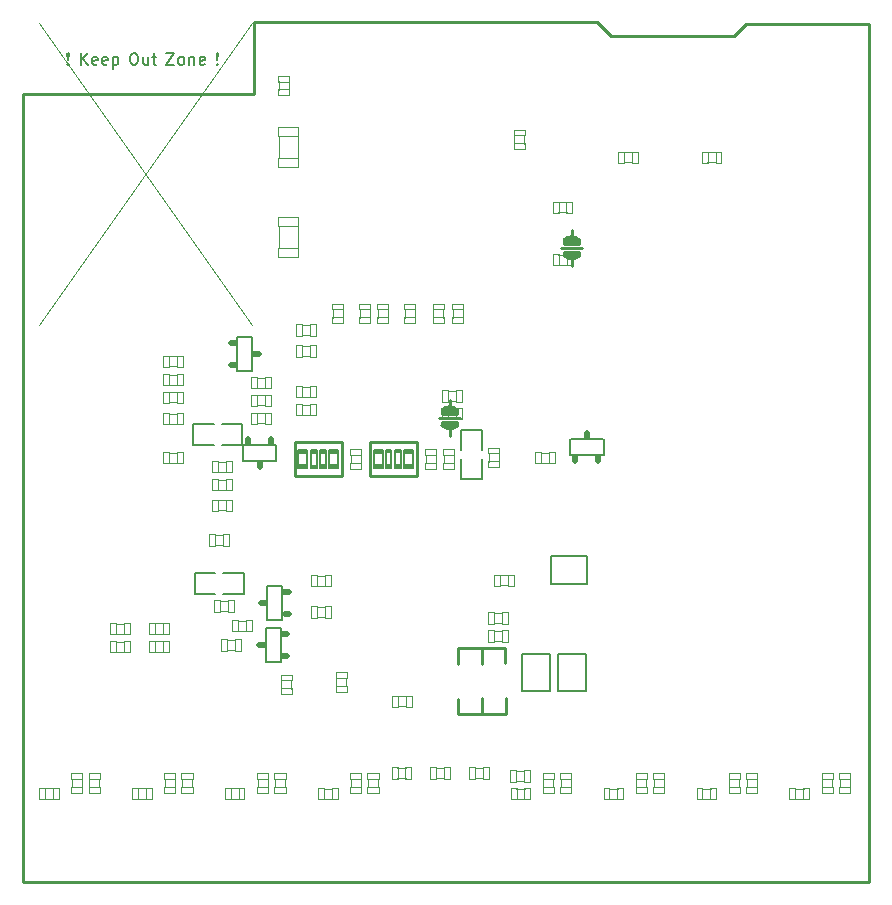
<source format=gbr>
%TF.GenerationSoftware,KiCad,Pcbnew,(7.0.0)*%
%TF.CreationDate,2023-03-12T03:28:47+03:00*%
%TF.ProjectId,ESP32-DEVKIT-L,45535033-322d-4444-9556-4b49542d4c2e,1*%
%TF.SameCoordinates,PX4260300PY8558f68*%
%TF.FileFunction,OtherDrawing,Comment*%
%FSLAX46Y46*%
G04 Gerber Fmt 4.6, Leading zero omitted, Abs format (unit mm)*
G04 Created by KiCad (PCBNEW (7.0.0)) date 2023-03-12 03:28:47*
%MOMM*%
%LPD*%
G01*
G04 APERTURE LIST*
%ADD10C,0.150000*%
%ADD11C,0.066040*%
%ADD12C,0.101600*%
%ADD13C,0.127000*%
%ADD14C,0.254000*%
%ADD15C,0.120000*%
%ADD16C,0.480000*%
%TA.AperFunction,Profile*%
%ADD17C,0.254000*%
%TD*%
G04 APERTURE END LIST*
D10*
X3830952Y69279858D02*
X3878571Y69232239D01*
X3878571Y69232239D02*
X3830952Y69184620D01*
X3830952Y69184620D02*
X3783333Y69232239D01*
X3783333Y69232239D02*
X3830952Y69279858D01*
X3830952Y69279858D02*
X3830952Y69184620D01*
X3830952Y69565572D02*
X3783333Y70137000D01*
X3783333Y70137000D02*
X3830952Y70184620D01*
X3830952Y70184620D02*
X3878571Y70137000D01*
X3878571Y70137000D02*
X3830952Y69565572D01*
X3830952Y69565572D02*
X3830952Y70184620D01*
X4907142Y69184620D02*
X4907142Y70184620D01*
X5478570Y69184620D02*
X5049999Y69756048D01*
X5478570Y70184620D02*
X4907142Y69613191D01*
X6288094Y69232239D02*
X6192856Y69184620D01*
X6192856Y69184620D02*
X6002380Y69184620D01*
X6002380Y69184620D02*
X5907142Y69232239D01*
X5907142Y69232239D02*
X5859523Y69327477D01*
X5859523Y69327477D02*
X5859523Y69708429D01*
X5859523Y69708429D02*
X5907142Y69803667D01*
X5907142Y69803667D02*
X6002380Y69851286D01*
X6002380Y69851286D02*
X6192856Y69851286D01*
X6192856Y69851286D02*
X6288094Y69803667D01*
X6288094Y69803667D02*
X6335713Y69708429D01*
X6335713Y69708429D02*
X6335713Y69613191D01*
X6335713Y69613191D02*
X5859523Y69517953D01*
X7145237Y69232239D02*
X7049999Y69184620D01*
X7049999Y69184620D02*
X6859523Y69184620D01*
X6859523Y69184620D02*
X6764285Y69232239D01*
X6764285Y69232239D02*
X6716666Y69327477D01*
X6716666Y69327477D02*
X6716666Y69708429D01*
X6716666Y69708429D02*
X6764285Y69803667D01*
X6764285Y69803667D02*
X6859523Y69851286D01*
X6859523Y69851286D02*
X7049999Y69851286D01*
X7049999Y69851286D02*
X7145237Y69803667D01*
X7145237Y69803667D02*
X7192856Y69708429D01*
X7192856Y69708429D02*
X7192856Y69613191D01*
X7192856Y69613191D02*
X6716666Y69517953D01*
X7621428Y69851286D02*
X7621428Y68851286D01*
X7621428Y69803667D02*
X7716666Y69851286D01*
X7716666Y69851286D02*
X7907142Y69851286D01*
X7907142Y69851286D02*
X8002380Y69803667D01*
X8002380Y69803667D02*
X8049999Y69756048D01*
X8049999Y69756048D02*
X8097618Y69660810D01*
X8097618Y69660810D02*
X8097618Y69375096D01*
X8097618Y69375096D02*
X8049999Y69279858D01*
X8049999Y69279858D02*
X8002380Y69232239D01*
X8002380Y69232239D02*
X7907142Y69184620D01*
X7907142Y69184620D02*
X7716666Y69184620D01*
X7716666Y69184620D02*
X7621428Y69232239D01*
X9316666Y70184620D02*
X9507142Y70184620D01*
X9507142Y70184620D02*
X9602380Y70137000D01*
X9602380Y70137000D02*
X9697618Y70041762D01*
X9697618Y70041762D02*
X9745237Y69851286D01*
X9745237Y69851286D02*
X9745237Y69517953D01*
X9745237Y69517953D02*
X9697618Y69327477D01*
X9697618Y69327477D02*
X9602380Y69232239D01*
X9602380Y69232239D02*
X9507142Y69184620D01*
X9507142Y69184620D02*
X9316666Y69184620D01*
X9316666Y69184620D02*
X9221428Y69232239D01*
X9221428Y69232239D02*
X9126190Y69327477D01*
X9126190Y69327477D02*
X9078571Y69517953D01*
X9078571Y69517953D02*
X9078571Y69851286D01*
X9078571Y69851286D02*
X9126190Y70041762D01*
X9126190Y70041762D02*
X9221428Y70137000D01*
X9221428Y70137000D02*
X9316666Y70184620D01*
X10602380Y69851286D02*
X10602380Y69184620D01*
X10173809Y69851286D02*
X10173809Y69327477D01*
X10173809Y69327477D02*
X10221428Y69232239D01*
X10221428Y69232239D02*
X10316666Y69184620D01*
X10316666Y69184620D02*
X10459523Y69184620D01*
X10459523Y69184620D02*
X10554761Y69232239D01*
X10554761Y69232239D02*
X10602380Y69279858D01*
X10935714Y69851286D02*
X11316666Y69851286D01*
X11078571Y70184620D02*
X11078571Y69327477D01*
X11078571Y69327477D02*
X11126190Y69232239D01*
X11126190Y69232239D02*
X11221428Y69184620D01*
X11221428Y69184620D02*
X11316666Y69184620D01*
X12154762Y70184620D02*
X12821428Y70184620D01*
X12821428Y70184620D02*
X12154762Y69184620D01*
X12154762Y69184620D02*
X12821428Y69184620D01*
X13345238Y69184620D02*
X13250000Y69232239D01*
X13250000Y69232239D02*
X13202381Y69279858D01*
X13202381Y69279858D02*
X13154762Y69375096D01*
X13154762Y69375096D02*
X13154762Y69660810D01*
X13154762Y69660810D02*
X13202381Y69756048D01*
X13202381Y69756048D02*
X13250000Y69803667D01*
X13250000Y69803667D02*
X13345238Y69851286D01*
X13345238Y69851286D02*
X13488095Y69851286D01*
X13488095Y69851286D02*
X13583333Y69803667D01*
X13583333Y69803667D02*
X13630952Y69756048D01*
X13630952Y69756048D02*
X13678571Y69660810D01*
X13678571Y69660810D02*
X13678571Y69375096D01*
X13678571Y69375096D02*
X13630952Y69279858D01*
X13630952Y69279858D02*
X13583333Y69232239D01*
X13583333Y69232239D02*
X13488095Y69184620D01*
X13488095Y69184620D02*
X13345238Y69184620D01*
X14107143Y69851286D02*
X14107143Y69184620D01*
X14107143Y69756048D02*
X14154762Y69803667D01*
X14154762Y69803667D02*
X14250000Y69851286D01*
X14250000Y69851286D02*
X14392857Y69851286D01*
X14392857Y69851286D02*
X14488095Y69803667D01*
X14488095Y69803667D02*
X14535714Y69708429D01*
X14535714Y69708429D02*
X14535714Y69184620D01*
X15392857Y69232239D02*
X15297619Y69184620D01*
X15297619Y69184620D02*
X15107143Y69184620D01*
X15107143Y69184620D02*
X15011905Y69232239D01*
X15011905Y69232239D02*
X14964286Y69327477D01*
X14964286Y69327477D02*
X14964286Y69708429D01*
X14964286Y69708429D02*
X15011905Y69803667D01*
X15011905Y69803667D02*
X15107143Y69851286D01*
X15107143Y69851286D02*
X15297619Y69851286D01*
X15297619Y69851286D02*
X15392857Y69803667D01*
X15392857Y69803667D02*
X15440476Y69708429D01*
X15440476Y69708429D02*
X15440476Y69613191D01*
X15440476Y69613191D02*
X14964286Y69517953D01*
X16469048Y69279858D02*
X16516667Y69232239D01*
X16516667Y69232239D02*
X16469048Y69184620D01*
X16469048Y69184620D02*
X16421429Y69232239D01*
X16421429Y69232239D02*
X16469048Y69279858D01*
X16469048Y69279858D02*
X16469048Y69184620D01*
X16469048Y69565572D02*
X16421429Y70137000D01*
X16421429Y70137000D02*
X16469048Y70184620D01*
X16469048Y70184620D02*
X16516667Y70137000D01*
X16516667Y70137000D02*
X16469048Y69565572D01*
X16469048Y69565572D02*
X16469048Y70184620D01*
D11*
X35583940Y34973800D02*
X35583940Y35474180D01*
X36533900Y34973800D02*
X35583940Y34973800D01*
X36533900Y34973800D02*
X36533900Y35474180D01*
D12*
X35632200Y35456400D02*
X35632200Y36167600D01*
X36480560Y35456400D02*
X36480560Y36167600D01*
D11*
X36533900Y35474180D02*
X35583940Y35474180D01*
X35583940Y36142200D02*
X35583940Y36640040D01*
X36533900Y36142200D02*
X35583940Y36142200D01*
X36533900Y36142200D02*
X36533900Y36640040D01*
X36533900Y36640040D02*
X35583940Y36640040D01*
X34059940Y34973800D02*
X34059940Y35474180D01*
X35009900Y34973800D02*
X34059940Y34973800D01*
X35009900Y34973800D02*
X35009900Y35474180D01*
D12*
X34108200Y35456400D02*
X34108200Y36167600D01*
X34956560Y35456400D02*
X34956560Y36167600D01*
D11*
X35009900Y35474180D02*
X34059940Y35474180D01*
X34059940Y36142200D02*
X34059940Y36640040D01*
X35009900Y36142200D02*
X34059940Y36142200D01*
X35009900Y36142200D02*
X35009900Y36640040D01*
X35009900Y36640040D02*
X34059940Y36640040D01*
X37306060Y48969200D02*
X37306060Y48468820D01*
X36356100Y48969200D02*
X37306060Y48969200D01*
X36356100Y48969200D02*
X36356100Y48468820D01*
D12*
X37257800Y48486600D02*
X37257800Y47775400D01*
X36409440Y48486600D02*
X36409440Y47775400D01*
D11*
X36356100Y48468820D02*
X37306060Y48468820D01*
X37306060Y47800800D02*
X37306060Y47302960D01*
X36356100Y47800800D02*
X37306060Y47800800D01*
X36356100Y47800800D02*
X36356100Y47302960D01*
X36356100Y47302960D02*
X37306060Y47302960D01*
X40354060Y36777200D02*
X40354060Y36276820D01*
X39404100Y36777200D02*
X40354060Y36777200D01*
X39404100Y36777200D02*
X39404100Y36276820D01*
D12*
X40305800Y36294600D02*
X40305800Y35583400D01*
X39457440Y36294600D02*
X39457440Y35583400D01*
D11*
X39404100Y36276820D02*
X40354060Y36276820D01*
X40354060Y35608800D02*
X40354060Y35110960D01*
X39404100Y35608800D02*
X40354060Y35608800D01*
X39404100Y35608800D02*
X39404100Y35110960D01*
X39404100Y35110960D02*
X40354060Y35110960D01*
X28670060Y36650200D02*
X28670060Y36149820D01*
X27720100Y36650200D02*
X28670060Y36650200D01*
X27720100Y36650200D02*
X27720100Y36149820D01*
D12*
X28621800Y36167600D02*
X28621800Y35456400D01*
X27773440Y36167600D02*
X27773440Y35456400D01*
D11*
X27720100Y36149820D02*
X28670060Y36149820D01*
X28670060Y35481800D02*
X28670060Y34983960D01*
X27720100Y35481800D02*
X28670060Y35481800D01*
X27720100Y35481800D02*
X27720100Y34983960D01*
X27720100Y34983960D02*
X28670060Y34983960D01*
X35655060Y48969200D02*
X35655060Y48468820D01*
X34705100Y48969200D02*
X35655060Y48969200D01*
X34705100Y48969200D02*
X34705100Y48468820D01*
D12*
X35606800Y48486600D02*
X35606800Y47775400D01*
X34758440Y48486600D02*
X34758440Y47775400D01*
D11*
X34705100Y48468820D02*
X35655060Y48468820D01*
X35655060Y47800800D02*
X35655060Y47302960D01*
X34705100Y47800800D02*
X35655060Y47800800D01*
X34705100Y47800800D02*
X34705100Y47302960D01*
X34705100Y47302960D02*
X35655060Y47302960D01*
X24837200Y44475940D02*
X24336820Y44475940D01*
X24837200Y45425900D02*
X24837200Y44475940D01*
X24837200Y45425900D02*
X24336820Y45425900D01*
D12*
X24354600Y44524200D02*
X23643400Y44524200D01*
X24354600Y45372560D02*
X23643400Y45372560D01*
D11*
X24336820Y45425900D02*
X24336820Y44475940D01*
X23668800Y44475940D02*
X23170960Y44475940D01*
X23668800Y45425900D02*
X23668800Y44475940D01*
X23668800Y45425900D02*
X23170960Y45425900D01*
X23170960Y45425900D02*
X23170960Y44475940D01*
X24837200Y39522940D02*
X24336820Y39522940D01*
X24837200Y40472900D02*
X24837200Y39522940D01*
X24837200Y40472900D02*
X24336820Y40472900D01*
D12*
X24354600Y39571200D02*
X23643400Y39571200D01*
X24354600Y40419560D02*
X23643400Y40419560D01*
D11*
X24336820Y40472900D02*
X24336820Y39522940D01*
X23668800Y39522940D02*
X23170960Y39522940D01*
X23668800Y40472900D02*
X23668800Y39522940D01*
X23668800Y40472900D02*
X23170960Y40472900D01*
X23170960Y40472900D02*
X23170960Y39522940D01*
X24837200Y41046940D02*
X24336820Y41046940D01*
X24837200Y41996900D02*
X24837200Y41046940D01*
X24837200Y41996900D02*
X24336820Y41996900D01*
D12*
X24354600Y41095200D02*
X23643400Y41095200D01*
X24354600Y41943560D02*
X23643400Y41943560D01*
D11*
X24336820Y41996900D02*
X24336820Y41046940D01*
X23668800Y41046940D02*
X23170960Y41046940D01*
X23668800Y41996900D02*
X23668800Y41046940D01*
X23668800Y41996900D02*
X23170960Y41996900D01*
X23170960Y41996900D02*
X23170960Y41046940D01*
X37156200Y40665940D02*
X36655820Y40665940D01*
X37156200Y41615900D02*
X37156200Y40665940D01*
X37156200Y41615900D02*
X36655820Y41615900D01*
D12*
X36673600Y40714200D02*
X35962400Y40714200D01*
X36673600Y41562560D02*
X35962400Y41562560D01*
D11*
X36655820Y41615900D02*
X36655820Y40665940D01*
X35987800Y40665940D02*
X35489960Y40665940D01*
X35987800Y41615900D02*
X35987800Y40665940D01*
X35987800Y41615900D02*
X35489960Y41615900D01*
X35489960Y41615900D02*
X35489960Y40665940D01*
D13*
X37080000Y34110200D02*
X38858000Y34110200D01*
X38858000Y34110200D02*
X38858000Y35837400D01*
X37080000Y35837400D02*
X37080000Y34110200D01*
X38858000Y36548600D02*
X38858000Y38275800D01*
X37080000Y38275800D02*
X37080000Y36548600D01*
X37080000Y38275800D02*
X38858000Y38275800D01*
X18715800Y24382000D02*
X18715800Y26160000D01*
X18715800Y26160000D02*
X16988600Y26160000D01*
X16988600Y24382000D02*
X18715800Y24382000D01*
X16277400Y26160000D02*
X14550200Y26160000D01*
X14550200Y24382000D02*
X16277400Y24382000D01*
X14550200Y24382000D02*
X14550200Y26160000D01*
D11*
X11857800Y44547060D02*
X12358180Y44547060D01*
X11857800Y43597100D02*
X11857800Y44547060D01*
X11857800Y43597100D02*
X12358180Y43597100D01*
D12*
X12340400Y44498800D02*
X13051600Y44498800D01*
X12340400Y43650440D02*
X13051600Y43650440D01*
D11*
X12358180Y43597100D02*
X12358180Y44547060D01*
X13026200Y44547060D02*
X13524040Y44547060D01*
X13026200Y43597100D02*
X13026200Y44547060D01*
X13026200Y43597100D02*
X13524040Y43597100D01*
X13524040Y43597100D02*
X13524040Y44547060D01*
X21613940Y66596800D02*
X21613940Y67097180D01*
X22563900Y66596800D02*
X21613940Y66596800D01*
X22563900Y66596800D02*
X22563900Y67097180D01*
D12*
X21662200Y67079400D02*
X21662200Y67790600D01*
X22510560Y67079400D02*
X22510560Y67790600D01*
D11*
X22563900Y67097180D02*
X21613940Y67097180D01*
X21613940Y67765200D02*
X21613940Y68263040D01*
X22563900Y67765200D02*
X21613940Y67765200D01*
X22563900Y67765200D02*
X22563900Y68263040D01*
X22563900Y68263040D02*
X21613940Y68263040D01*
X42513060Y63701200D02*
X42513060Y63200820D01*
X41563100Y63701200D02*
X42513060Y63701200D01*
X41563100Y63701200D02*
X41563100Y63200820D01*
D12*
X42464800Y63218600D02*
X42464800Y62507400D01*
X41616440Y63218600D02*
X41616440Y62507400D01*
D11*
X41563100Y63200820D02*
X42513060Y63200820D01*
X42513060Y62532800D02*
X42513060Y62034960D01*
X41563100Y62532800D02*
X42513060Y62532800D01*
X41563100Y62532800D02*
X41563100Y62034960D01*
X41563100Y62034960D02*
X42513060Y62034960D01*
X29432060Y48969200D02*
X29432060Y48468820D01*
X28482100Y48969200D02*
X29432060Y48969200D01*
X28482100Y48969200D02*
X28482100Y48468820D01*
D12*
X29383800Y48486600D02*
X29383800Y47775400D01*
X28535440Y48486600D02*
X28535440Y47775400D01*
D11*
X28482100Y48468820D02*
X29432060Y48468820D01*
X29432060Y47800800D02*
X29432060Y47302960D01*
X28482100Y47800800D02*
X29432060Y47800800D01*
X28482100Y47800800D02*
X28482100Y47302960D01*
X28482100Y47302960D02*
X29432060Y47302960D01*
X27146060Y48969200D02*
X27146060Y48468820D01*
X26196100Y48969200D02*
X27146060Y48969200D01*
X26196100Y48969200D02*
X26196100Y48468820D01*
D12*
X27097800Y48486600D02*
X27097800Y47775400D01*
X26249440Y48486600D02*
X26249440Y47775400D01*
D11*
X26196100Y48468820D02*
X27146060Y48468820D01*
X27146060Y47800800D02*
X27146060Y47302960D01*
X26196100Y47800800D02*
X27146060Y47800800D01*
X26196100Y47800800D02*
X26196100Y47302960D01*
X26196100Y47302960D02*
X27146060Y47302960D01*
X33242060Y48969200D02*
X33242060Y48468820D01*
X32292100Y48969200D02*
X33242060Y48969200D01*
X32292100Y48969200D02*
X32292100Y48468820D01*
D12*
X33193800Y48486600D02*
X33193800Y47775400D01*
X32345440Y48486600D02*
X32345440Y47775400D01*
D11*
X32292100Y48468820D02*
X33242060Y48468820D01*
X33242060Y47800800D02*
X33242060Y47302960D01*
X32292100Y47800800D02*
X33242060Y47800800D01*
X32292100Y47800800D02*
X32292100Y47302960D01*
X32292100Y47302960D02*
X33242060Y47302960D01*
X30956060Y48969200D02*
X30956060Y48468820D01*
X30006100Y48969200D02*
X30956060Y48969200D01*
X30006100Y48969200D02*
X30006100Y48468820D01*
D12*
X30907800Y48486600D02*
X30907800Y47775400D01*
X30059440Y48486600D02*
X30059440Y47775400D01*
D11*
X30006100Y48468820D02*
X30956060Y48468820D01*
X30956060Y47800800D02*
X30956060Y47302960D01*
X30006100Y47800800D02*
X30956060Y47800800D01*
X30006100Y47800800D02*
X30006100Y47302960D01*
X30006100Y47302960D02*
X30956060Y47302960D01*
X31288800Y15781560D02*
X31789180Y15781560D01*
X31288800Y14831600D02*
X31288800Y15781560D01*
X31288800Y14831600D02*
X31789180Y14831600D01*
D12*
X31771400Y15733300D02*
X32482600Y15733300D01*
X31771400Y14884940D02*
X32482600Y14884940D01*
D11*
X31789180Y14831600D02*
X31789180Y15781560D01*
X32457200Y15781560D02*
X32955040Y15781560D01*
X32457200Y14831600D02*
X32457200Y15781560D01*
X32457200Y14831600D02*
X32955040Y14831600D01*
X32955040Y14831600D02*
X32955040Y15781560D01*
X35479800Y40105060D02*
X35980180Y40105060D01*
X35479800Y39155100D02*
X35479800Y40105060D01*
X35479800Y39155100D02*
X35980180Y39155100D01*
D12*
X35962400Y40056800D02*
X36673600Y40056800D01*
X35962400Y39208440D02*
X36673600Y39208440D01*
D11*
X35980180Y39155100D02*
X35980180Y40105060D01*
X36648200Y40105060D02*
X37146040Y40105060D01*
X36648200Y39155100D02*
X36648200Y40105060D01*
X36648200Y39155100D02*
X37146040Y39155100D01*
X37146040Y39155100D02*
X37146040Y40105060D01*
X24837200Y46253940D02*
X24336820Y46253940D01*
X24837200Y47203900D02*
X24837200Y46253940D01*
X24837200Y47203900D02*
X24336820Y47203900D01*
D12*
X24354600Y46302200D02*
X23643400Y46302200D01*
X24354600Y47150560D02*
X23643400Y47150560D01*
D11*
X24336820Y47203900D02*
X24336820Y46253940D01*
X23668800Y46253940D02*
X23170960Y46253940D01*
X23668800Y47203900D02*
X23668800Y46253940D01*
X23668800Y47203900D02*
X23170960Y47203900D01*
X23170960Y47203900D02*
X23170960Y46253940D01*
X39416800Y21306060D02*
X39917180Y21306060D01*
X39416800Y20356100D02*
X39416800Y21306060D01*
X39416800Y20356100D02*
X39917180Y20356100D01*
D12*
X39899400Y21257800D02*
X40610600Y21257800D01*
X39899400Y20409440D02*
X40610600Y20409440D01*
D11*
X39917180Y20356100D02*
X39917180Y21306060D01*
X40585200Y21306060D02*
X41083040Y21306060D01*
X40585200Y20356100D02*
X40585200Y21306060D01*
X40585200Y20356100D02*
X41083040Y20356100D01*
X41083040Y20356100D02*
X41083040Y21306060D01*
X26107200Y22377940D02*
X25606820Y22377940D01*
X26107200Y23327900D02*
X26107200Y22377940D01*
X26107200Y23327900D02*
X25606820Y23327900D01*
D12*
X25624600Y22426200D02*
X24913400Y22426200D01*
X25624600Y23274560D02*
X24913400Y23274560D01*
D11*
X25606820Y23327900D02*
X25606820Y22377940D01*
X24938800Y22377940D02*
X24440960Y22377940D01*
X24938800Y23327900D02*
X24938800Y22377940D01*
X24938800Y23327900D02*
X24440960Y23327900D01*
X24440960Y23327900D02*
X24440960Y22377940D01*
D14*
X23008400Y37285200D02*
X23008400Y34338800D01*
X23008400Y37285200D02*
X27021600Y37285200D01*
X23008400Y34338800D02*
X26958100Y34338800D01*
D10*
X23330980Y36574000D02*
X23330980Y35022060D01*
X23336060Y36568920D02*
X24082820Y36568920D01*
X23371620Y36330160D02*
X23986300Y36325080D01*
X23399560Y35156680D02*
X24006620Y35159220D01*
X24034560Y35304000D02*
X23397020Y35304000D01*
X24075200Y36434300D02*
X23376700Y36434300D01*
X24085360Y36574000D02*
X24085360Y35022060D01*
X24085360Y35022060D02*
X23376700Y35022060D01*
X24387620Y36584160D02*
X24893080Y36584160D01*
X24392700Y35029680D02*
X24392700Y36589240D01*
X24413020Y36444460D02*
X24801640Y36441920D01*
X24425720Y35250660D02*
X24834660Y35250660D01*
X24433340Y36330160D02*
X24829580Y36330160D01*
X24433340Y35166840D02*
X24776240Y35166840D01*
X24890540Y35029680D02*
X24392700Y35029680D01*
X24893080Y36589240D02*
X24890540Y35029680D01*
X25169940Y36591780D02*
X25639840Y36591780D01*
X25169940Y35044920D02*
X25169940Y36589240D01*
X25177560Y36314920D02*
X25609360Y36314920D01*
X25180100Y35260820D02*
X25599200Y35260820D01*
X25190260Y35151600D02*
X25568720Y35149060D01*
X25200420Y36457160D02*
X25566180Y36457160D01*
X25637300Y36594320D02*
X25637300Y35044920D01*
X25637300Y35044920D02*
X25169940Y35044920D01*
X25916700Y35050000D02*
X25911620Y36579080D01*
X25921780Y36589240D02*
X26683780Y36589240D01*
X25967500Y35278600D02*
X26622820Y35278600D01*
X25972580Y36309840D02*
X26615200Y36309840D01*
X26008140Y36452080D02*
X26589800Y36452080D01*
X26653300Y35164300D02*
X26023380Y35156680D01*
X26671080Y36589240D02*
X26678700Y35070320D01*
X26678700Y35055080D02*
X25916700Y35050000D01*
D14*
X27021600Y37285200D02*
X27021600Y34351500D01*
X33371600Y34338800D02*
X33371600Y37285200D01*
X33371600Y34338800D02*
X29358400Y34338800D01*
X33371600Y37285200D02*
X29421900Y37285200D01*
D10*
X33049020Y35050000D02*
X33049020Y36601940D01*
X33043940Y35055080D02*
X32297180Y35055080D01*
X33008380Y35293840D02*
X32393700Y35298920D01*
X32980440Y36467320D02*
X32373380Y36464780D01*
X32345440Y36320000D02*
X32982980Y36320000D01*
X32304800Y35189700D02*
X33003300Y35189700D01*
X32294640Y35050000D02*
X32294640Y36601940D01*
X32294640Y36601940D02*
X33003300Y36601940D01*
X31992380Y35039840D02*
X31486920Y35039840D01*
X31987300Y36594320D02*
X31987300Y35034760D01*
X31966980Y35179540D02*
X31578360Y35182080D01*
X31954280Y36373340D02*
X31545340Y36373340D01*
X31946660Y35293840D02*
X31550420Y35293840D01*
X31946660Y36457160D02*
X31603760Y36457160D01*
X31489460Y36594320D02*
X31987300Y36594320D01*
X31486920Y35034760D02*
X31489460Y36594320D01*
X31210060Y35032220D02*
X30740160Y35032220D01*
X31210060Y36579080D02*
X31210060Y35034760D01*
X31202440Y35309080D02*
X30770640Y35309080D01*
X31199900Y36363180D02*
X30780800Y36363180D01*
X31189740Y36472400D02*
X30811280Y36474940D01*
X31179580Y35166840D02*
X30813820Y35166840D01*
X30742700Y35029680D02*
X30742700Y36579080D01*
X30742700Y36579080D02*
X31210060Y36579080D01*
X30463300Y36574000D02*
X30468380Y35044920D01*
X30458220Y35034760D02*
X29696220Y35034760D01*
X30412500Y36345400D02*
X29757180Y36345400D01*
X30407420Y35314160D02*
X29764800Y35314160D01*
X30371860Y35171920D02*
X29790200Y35171920D01*
X29726700Y36459700D02*
X30356620Y36467320D01*
X29708920Y35034760D02*
X29701300Y36553680D01*
X29701300Y36568920D02*
X30463300Y36574000D01*
D14*
X29358400Y34338800D02*
X29358400Y37272500D01*
D15*
X1410000Y72692000D02*
X19410000Y47192000D01*
X19410000Y72692000D02*
X1410000Y47192000D01*
D11*
X17471200Y28473940D02*
X16970820Y28473940D01*
X17471200Y29423900D02*
X17471200Y28473940D01*
X17471200Y29423900D02*
X16970820Y29423900D01*
D12*
X16988600Y28522200D02*
X16277400Y28522200D01*
X16988600Y29370560D02*
X16277400Y29370560D01*
D11*
X16970820Y29423900D02*
X16970820Y28473940D01*
X16302800Y28473940D02*
X15804960Y28473940D01*
X16302800Y29423900D02*
X16302800Y28473940D01*
X16302800Y29423900D02*
X15804960Y29423900D01*
X15804960Y29423900D02*
X15804960Y28473940D01*
X23323360Y56309800D02*
X23323360Y55557960D01*
X21624100Y56309800D02*
X23323360Y56309800D01*
X21624100Y56309800D02*
X21624100Y55557960D01*
D12*
X23259860Y55570660D02*
X23259860Y53645340D01*
X21690140Y55570660D02*
X21690140Y53645340D01*
D11*
X21624100Y55557960D02*
X23323360Y55557960D01*
X23325900Y53658040D02*
X23325900Y52906200D01*
X21626640Y53658040D02*
X23325900Y53658040D01*
X21626640Y53658040D02*
X21626640Y52906200D01*
X21626640Y52906200D02*
X23325900Y52906200D01*
X21626640Y60526200D02*
X21626640Y61278040D01*
X23325900Y60526200D02*
X21626640Y60526200D01*
X23325900Y60526200D02*
X23325900Y61278040D01*
D12*
X21690140Y61265340D02*
X21690140Y63190660D01*
X23259860Y61265340D02*
X23259860Y63190660D01*
D11*
X23325900Y61278040D02*
X21626640Y61278040D01*
X21624100Y63177960D02*
X21624100Y63929800D01*
X23323360Y63177960D02*
X21624100Y63177960D01*
X23323360Y63177960D02*
X23323360Y63929800D01*
X23323360Y63929800D02*
X21624100Y63929800D01*
X46537700Y52196940D02*
X46037320Y52196940D01*
X46537700Y53146900D02*
X46537700Y52196940D01*
X46537700Y53146900D02*
X46037320Y53146900D01*
D12*
X46055100Y52245200D02*
X45343900Y52245200D01*
X46055100Y53093560D02*
X45343900Y53093560D01*
D11*
X46037320Y53146900D02*
X46037320Y52196940D01*
X45369300Y52196940D02*
X44871460Y52196940D01*
X45369300Y53146900D02*
X45369300Y52196940D01*
X45369300Y53146900D02*
X44871460Y53146900D01*
X44871460Y53146900D02*
X44871460Y52196940D01*
X26107200Y25044940D02*
X25606820Y25044940D01*
X26107200Y25994900D02*
X26107200Y25044940D01*
X26107200Y25994900D02*
X25606820Y25994900D01*
D12*
X25624600Y25093200D02*
X24913400Y25093200D01*
X25624600Y25941560D02*
X24913400Y25941560D01*
D11*
X25606820Y25994900D02*
X25606820Y25044940D01*
X24938800Y25044940D02*
X24440960Y25044940D01*
X24938800Y25994900D02*
X24938800Y25044940D01*
X24938800Y25994900D02*
X24440960Y25994900D01*
X24440960Y25994900D02*
X24440960Y25044940D01*
X39924800Y26005060D02*
X40425180Y26005060D01*
X39924800Y25055100D02*
X39924800Y26005060D01*
X39924800Y25055100D02*
X40425180Y25055100D01*
D12*
X40407400Y25956800D02*
X41118600Y25956800D01*
X40407400Y25108440D02*
X41118600Y25108440D01*
D11*
X40425180Y25055100D02*
X40425180Y26005060D01*
X41093200Y26005060D02*
X41591040Y26005060D01*
X41093200Y25055100D02*
X41093200Y26005060D01*
X41093200Y25055100D02*
X41591040Y25055100D01*
X41591040Y25055100D02*
X41591040Y26005060D01*
X27430060Y17788200D02*
X27430060Y17287820D01*
X26480100Y17788200D02*
X27430060Y17788200D01*
X26480100Y17788200D02*
X26480100Y17287820D01*
D12*
X27381800Y17305600D02*
X27381800Y16594400D01*
X26533440Y17305600D02*
X26533440Y16594400D01*
D11*
X26480100Y17287820D02*
X27430060Y17287820D01*
X27430060Y16619800D02*
X27430060Y16121960D01*
X26480100Y16619800D02*
X27430060Y16619800D01*
X26480100Y16619800D02*
X26480100Y16121960D01*
X26480100Y16121960D02*
X27430060Y16121960D01*
X39416800Y22830060D02*
X39917180Y22830060D01*
X39416800Y21880100D02*
X39416800Y22830060D01*
X39416800Y21880100D02*
X39917180Y21880100D01*
D12*
X39899400Y22781800D02*
X40610600Y22781800D01*
X39899400Y21933440D02*
X40610600Y21933440D01*
D11*
X39917180Y21880100D02*
X39917180Y22830060D01*
X40585200Y22830060D02*
X41083040Y22830060D01*
X40585200Y21880100D02*
X40585200Y22830060D01*
X40585200Y21880100D02*
X41083040Y21880100D01*
X41083040Y21880100D02*
X41083040Y22830060D01*
D16*
X47745460Y37638260D02*
X47745460Y38009100D01*
D10*
X49172940Y37483320D02*
X49172940Y36185380D01*
X47742920Y37478240D02*
X49165320Y37478240D01*
X47740380Y37478240D02*
X46391640Y37480780D01*
X49157700Y36175220D02*
X46338300Y36175220D01*
X46333220Y36175220D02*
X46333220Y37478240D01*
D16*
X48703040Y35636740D02*
X48703040Y36007580D01*
X46790420Y35629120D02*
X46790420Y35999960D01*
X20521740Y23617460D02*
X20150900Y23617460D01*
D10*
X20676680Y25044940D02*
X21974620Y25044940D01*
X20681760Y23614920D02*
X20681760Y25037320D01*
X20681760Y23612380D02*
X20679220Y22263640D01*
X21984780Y25029700D02*
X21984780Y22210300D01*
X21984780Y22205220D02*
X20681760Y22205220D01*
D16*
X22523260Y24575040D02*
X22152420Y24575040D01*
X22530880Y22662420D02*
X22160040Y22662420D01*
D11*
X45030200Y35458940D02*
X44529820Y35458940D01*
X45030200Y36408900D02*
X45030200Y35458940D01*
X45030200Y36408900D02*
X44529820Y36408900D01*
D12*
X44547600Y35507200D02*
X43836400Y35507200D01*
X44547600Y36355560D02*
X43836400Y36355560D01*
D11*
X44529820Y36408900D02*
X44529820Y35458940D01*
X43861800Y35458940D02*
X43363960Y35458940D01*
X43861800Y36408900D02*
X43861800Y35458940D01*
X43861800Y36408900D02*
X43363960Y36408900D01*
X43363960Y36408900D02*
X43363960Y35458940D01*
X21829940Y15893440D02*
X21829940Y16393820D01*
X22779900Y15893440D02*
X21829940Y15893440D01*
X22779900Y15893440D02*
X22779900Y16393820D01*
D12*
X21878200Y16376040D02*
X21878200Y17087240D01*
X22726560Y16376040D02*
X22726560Y17087240D01*
D11*
X22779900Y16393820D02*
X21829940Y16393820D01*
X21829940Y17061840D02*
X21829940Y17559680D01*
X22779900Y17061840D02*
X21829940Y17061840D01*
X22779900Y17061840D02*
X22779900Y17559680D01*
X22779900Y17559680D02*
X21829940Y17559680D01*
X13534200Y42062940D02*
X13033820Y42062940D01*
X13534200Y43012900D02*
X13534200Y42062940D01*
X13534200Y43012900D02*
X13033820Y43012900D01*
D12*
X13051600Y42111200D02*
X12340400Y42111200D01*
X13051600Y42959560D02*
X12340400Y42959560D01*
D11*
X13033820Y43012900D02*
X13033820Y42062940D01*
X12365800Y42062940D02*
X11867960Y42062940D01*
X12365800Y43012900D02*
X12365800Y42062940D01*
X12365800Y43012900D02*
X11867960Y43012900D01*
X11867960Y43012900D02*
X11867960Y42062940D01*
X11857800Y41499060D02*
X12358180Y41499060D01*
X11857800Y40549100D02*
X11857800Y41499060D01*
X11857800Y40549100D02*
X12358180Y40549100D01*
D12*
X12340400Y41450800D02*
X13051600Y41450800D01*
X12340400Y40602440D02*
X13051600Y40602440D01*
D11*
X12358180Y40549100D02*
X12358180Y41499060D01*
X13026200Y41499060D02*
X13524040Y41499060D01*
X13026200Y40549100D02*
X13026200Y41499060D01*
X13026200Y40549100D02*
X13524040Y40549100D01*
X13524040Y40549100D02*
X13524040Y41499060D01*
X44861300Y57602060D02*
X45361680Y57602060D01*
X44861300Y56652100D02*
X44861300Y57602060D01*
X44861300Y56652100D02*
X45361680Y56652100D01*
D12*
X45343900Y57553800D02*
X46055100Y57553800D01*
X45343900Y56705440D02*
X46055100Y56705440D01*
D11*
X45361680Y56652100D02*
X45361680Y57602060D01*
X46029700Y57602060D02*
X46527540Y57602060D01*
X46029700Y56652100D02*
X46029700Y57602060D01*
X46029700Y56652100D02*
X46527540Y56652100D01*
X46527540Y56652100D02*
X46527540Y57602060D01*
X12338200Y19459940D02*
X11837820Y19459940D01*
X12338200Y20409900D02*
X12338200Y19459940D01*
X12338200Y20409900D02*
X11837820Y20409900D01*
D12*
X11855600Y19508200D02*
X11144400Y19508200D01*
X11855600Y20356560D02*
X11144400Y20356560D01*
D11*
X11837820Y20409900D02*
X11837820Y19459940D01*
X11169800Y19459940D02*
X10671960Y19459940D01*
X11169800Y20409900D02*
X11169800Y19459940D01*
X11169800Y20409900D02*
X10671960Y20409900D01*
X10671960Y20409900D02*
X10671960Y19459940D01*
X17725200Y34696940D02*
X17224820Y34696940D01*
X17725200Y35646900D02*
X17725200Y34696940D01*
X17725200Y35646900D02*
X17224820Y35646900D01*
D12*
X17242600Y34745200D02*
X16531400Y34745200D01*
X17242600Y35593560D02*
X16531400Y35593560D01*
D11*
X17224820Y35646900D02*
X17224820Y34696940D01*
X16556800Y34696940D02*
X16058960Y34696940D01*
X16556800Y35646900D02*
X16556800Y34696940D01*
X16556800Y35646900D02*
X16058960Y35646900D01*
X16058960Y35646900D02*
X16058960Y34696940D01*
D16*
X20064540Y35509740D02*
X20064540Y35138900D01*
D10*
X18637060Y35664680D02*
X18637060Y36962620D01*
X20067080Y35669760D02*
X18644680Y35669760D01*
X20069620Y35669760D02*
X21418360Y35667220D01*
X18652300Y36972780D02*
X21471700Y36972780D01*
X21476780Y36972780D02*
X21476780Y35669760D01*
D16*
X19106960Y37511260D02*
X19106960Y37140420D01*
X21019580Y37518880D02*
X21019580Y37148040D01*
D11*
X21027200Y41808940D02*
X20526820Y41808940D01*
X21027200Y42758900D02*
X21027200Y41808940D01*
X21027200Y42758900D02*
X20526820Y42758900D01*
D12*
X20544600Y41857200D02*
X19833400Y41857200D01*
X20544600Y42705560D02*
X19833400Y42705560D01*
D11*
X20526820Y42758900D02*
X20526820Y41808940D01*
X19858800Y41808940D02*
X19360960Y41808940D01*
X19858800Y42758900D02*
X19858800Y41808940D01*
X19858800Y42758900D02*
X19360960Y42758900D01*
X19360960Y42758900D02*
X19360960Y41808940D01*
D13*
X14423200Y38733000D02*
X14423200Y36955000D01*
X14423200Y36955000D02*
X16150400Y36955000D01*
X16150400Y38733000D02*
X14423200Y38733000D01*
X16861600Y36955000D02*
X18588800Y36955000D01*
X18588800Y38733000D02*
X16861600Y38733000D01*
X18588800Y38733000D02*
X18588800Y36955000D01*
D11*
X19350799Y39721060D02*
X19851179Y39721060D01*
X19350799Y38771100D02*
X19350799Y39721060D01*
X19350799Y38771100D02*
X19851179Y38771100D01*
D12*
X19833399Y39672800D02*
X20544599Y39672800D01*
X19833399Y38824440D02*
X20544599Y38824440D01*
D11*
X19851179Y38771100D02*
X19851179Y39721060D01*
X20519199Y39721060D02*
X21017039Y39721060D01*
X20519199Y38771100D02*
X20519199Y39721060D01*
X20519199Y38771100D02*
X21017039Y38771100D01*
X21017039Y38771100D02*
X21017039Y39721060D01*
D16*
X19602260Y44704540D02*
X19973100Y44704540D01*
D10*
X19447320Y43277060D02*
X18149380Y43277060D01*
X19442240Y44707080D02*
X19442240Y43284680D01*
X19442240Y44709620D02*
X19444780Y46058360D01*
X18139220Y43292300D02*
X18139220Y46111700D01*
X18139220Y46116780D02*
X19442240Y46116780D01*
D16*
X17600740Y43746960D02*
X17971580Y43746960D01*
X17593120Y45659580D02*
X17963960Y45659580D01*
D11*
X19350799Y41245060D02*
X19851179Y41245060D01*
X19350799Y40295100D02*
X19350799Y41245060D01*
X19350799Y40295100D02*
X19851179Y40295100D01*
D12*
X19833399Y41196800D02*
X20544599Y41196800D01*
X19833399Y40348440D02*
X20544599Y40348440D01*
D11*
X19851179Y40295100D02*
X19851179Y41245060D01*
X20519199Y41245060D02*
X21017039Y41245060D01*
X20519199Y40295100D02*
X20519199Y41245060D01*
X20519199Y40295100D02*
X21017039Y40295100D01*
X21017039Y40295100D02*
X21017039Y41245060D01*
X9089200Y20980940D02*
X8588820Y20980940D01*
X9089200Y21930900D02*
X9089200Y20980940D01*
X9089200Y21930900D02*
X8588820Y21930900D01*
D12*
X8606600Y21029200D02*
X7895400Y21029200D01*
X8606600Y21877560D02*
X7895400Y21877560D01*
D11*
X8588820Y21930900D02*
X8588820Y20980940D01*
X7920800Y20980940D02*
X7422960Y20980940D01*
X7920800Y21930900D02*
X7920800Y20980940D01*
X7920800Y21930900D02*
X7422960Y21930900D01*
X7422960Y21930900D02*
X7422960Y20980940D01*
X17725200Y33172940D02*
X17224820Y33172940D01*
X17725200Y34122900D02*
X17725200Y33172940D01*
X17725200Y34122900D02*
X17224820Y34122900D01*
D12*
X17242600Y33221200D02*
X16531400Y33221200D01*
X17242600Y34069560D02*
X16531400Y34069560D01*
D11*
X17224820Y34122900D02*
X17224820Y33172940D01*
X16556800Y33172940D02*
X16058960Y33172940D01*
X16556800Y34122900D02*
X16556800Y33172940D01*
X16556800Y34122900D02*
X16058960Y34122900D01*
X16058960Y34122900D02*
X16058960Y33172940D01*
D14*
X36851400Y14196600D02*
X38845300Y14196600D01*
X36851400Y14209300D02*
X36851400Y15504700D01*
X38858000Y14222000D02*
X38858000Y15517400D01*
X36838700Y19848100D02*
X36838700Y18476500D01*
X36838700Y19848100D02*
X38858000Y19848100D01*
X38858000Y19848100D02*
X38858000Y18476500D01*
X40864600Y19835400D02*
X38870700Y19835400D01*
X40864600Y19822700D02*
X40864600Y18527300D01*
X38858000Y19810000D02*
X38858000Y18514600D01*
X40877300Y14183900D02*
X40877300Y15555500D01*
X40877300Y14183900D02*
X38858000Y14183900D01*
X38858000Y14183900D02*
X38858000Y15555500D01*
D11*
X16048800Y32355060D02*
X16549180Y32355060D01*
X16048800Y31405100D02*
X16048800Y32355060D01*
X16048800Y31405100D02*
X16549180Y31405100D01*
D12*
X16531400Y32306800D02*
X17242600Y32306800D01*
X16531400Y31458440D02*
X17242600Y31458440D01*
D11*
X16549180Y31405100D02*
X16549180Y32355060D01*
X17217200Y32355060D02*
X17715040Y32355060D01*
X17217200Y31405100D02*
X17217200Y32355060D01*
X17217200Y31405100D02*
X17715040Y31405100D01*
X17715040Y31405100D02*
X17715040Y32355060D01*
X12338200Y20983940D02*
X11837820Y20983940D01*
X12338200Y21933900D02*
X12338200Y20983940D01*
X12338200Y21933900D02*
X11837820Y21933900D01*
D12*
X11855600Y21032200D02*
X11144400Y21032200D01*
X11855600Y21880560D02*
X11144400Y21880560D01*
D11*
X11837820Y21933900D02*
X11837820Y20983940D01*
X11169800Y20983940D02*
X10671960Y20983940D01*
X11169800Y21933900D02*
X11169800Y20983940D01*
X11169800Y21933900D02*
X10671960Y21933900D01*
X10671960Y21933900D02*
X10671960Y20983940D01*
X9089200Y19456940D02*
X8588820Y19456940D01*
X9089200Y20406900D02*
X9089200Y19456940D01*
X9089200Y20406900D02*
X8588820Y20406900D01*
D12*
X8606600Y19505200D02*
X7895400Y19505200D01*
X8606600Y20353560D02*
X7895400Y20353560D01*
D11*
X8588820Y20406900D02*
X8588820Y19456940D01*
X7920800Y19456940D02*
X7422960Y19456940D01*
X7920800Y20406900D02*
X7920800Y19456940D01*
X7920800Y20406900D02*
X7422960Y20406900D01*
X7422960Y20406900D02*
X7422960Y19456940D01*
X19376200Y21234940D02*
X18875820Y21234940D01*
X19376200Y22184900D02*
X19376200Y21234940D01*
X19376200Y22184900D02*
X18875820Y22184900D01*
D12*
X18893600Y21283200D02*
X18182400Y21283200D01*
X18893600Y22131560D02*
X18182400Y22131560D01*
D11*
X18875820Y22184900D02*
X18875820Y21234940D01*
X18207800Y21234940D02*
X17709960Y21234940D01*
X18207800Y22184900D02*
X18207800Y21234940D01*
X18207800Y22184900D02*
X17709960Y22184900D01*
X17709960Y22184900D02*
X17709960Y21234940D01*
X17852200Y22885940D02*
X17351820Y22885940D01*
X17852200Y23835900D02*
X17852200Y22885940D01*
X17852200Y23835900D02*
X17351820Y23835900D01*
D12*
X17369600Y22934200D02*
X16658400Y22934200D01*
X17369600Y23782560D02*
X16658400Y23782560D01*
D11*
X17351820Y23835900D02*
X17351820Y22885940D01*
X16683800Y22885940D02*
X16185960Y22885940D01*
X16683800Y23835900D02*
X16683800Y22885940D01*
X16683800Y23835900D02*
X16185960Y23835900D01*
X16185960Y23835900D02*
X16185960Y22885940D01*
D16*
X20394740Y20061460D02*
X20023900Y20061460D01*
D10*
X20549680Y21488940D02*
X21847620Y21488940D01*
X20554760Y20058920D02*
X20554760Y21481320D01*
X20554760Y20056380D02*
X20552220Y18707640D01*
X21857780Y21473700D02*
X21857780Y18654300D01*
X21857780Y18649220D02*
X20554760Y18649220D01*
D16*
X22396260Y21019040D02*
X22025420Y21019040D01*
X22403880Y19106420D02*
X22033040Y19106420D01*
D11*
X18487200Y19583940D02*
X17986820Y19583940D01*
X18487200Y20533900D02*
X18487200Y19583940D01*
X18487200Y20533900D02*
X17986820Y20533900D01*
D12*
X18004600Y19632200D02*
X17293400Y19632200D01*
X18004600Y20480560D02*
X17293400Y20480560D01*
D11*
X17986820Y20533900D02*
X17986820Y19583940D01*
X17318800Y19583940D02*
X16820960Y19583940D01*
X17318800Y20533900D02*
X17318800Y19583940D01*
X17318800Y20533900D02*
X16820960Y20533900D01*
X16820960Y20533900D02*
X16820960Y19583940D01*
X13534200Y38760940D02*
X13033820Y38760940D01*
X13534200Y39710900D02*
X13534200Y38760940D01*
X13534200Y39710900D02*
X13033820Y39710900D01*
D12*
X13051600Y38809200D02*
X12340400Y38809200D01*
X13051600Y39657560D02*
X12340400Y39657560D01*
D11*
X13033820Y39710900D02*
X13033820Y38760940D01*
X12365800Y38760940D02*
X11867960Y38760940D01*
X12365800Y39710900D02*
X12365800Y38760940D01*
X12365800Y39710900D02*
X11867960Y39710900D01*
X11867960Y39710900D02*
X11867960Y38760940D01*
X13534200Y35458940D02*
X13033820Y35458940D01*
X13534200Y36408900D02*
X13534200Y35458940D01*
X13534200Y36408900D02*
X13033820Y36408900D01*
D12*
X13051600Y35507200D02*
X12340400Y35507200D01*
X13051600Y36355560D02*
X12340400Y36355560D01*
D11*
X13033820Y36408900D02*
X13033820Y35458940D01*
X12365800Y35458940D02*
X11867960Y35458940D01*
X12365800Y36408900D02*
X12365800Y35458940D01*
X12365800Y36408900D02*
X11867960Y36408900D01*
X11867960Y36408900D02*
X11867960Y35458940D01*
X28650060Y9224921D02*
X28650060Y8724541D01*
X27700100Y9224921D02*
X28650060Y9224921D01*
X27700100Y9224921D02*
X27700100Y8724541D01*
D12*
X28601800Y8742321D02*
X28601800Y8031121D01*
X27753440Y8742321D02*
X27753440Y8031121D01*
D11*
X27700100Y8724541D02*
X28650060Y8724541D01*
X28650060Y8056521D02*
X28650060Y7558681D01*
X27700100Y8056521D02*
X28650060Y8056521D01*
X27700100Y8056521D02*
X27700100Y7558681D01*
X27700100Y7558681D02*
X28650060Y7558681D01*
X39463200Y8739120D02*
X38962820Y8739120D01*
X39463200Y9689080D02*
X39463200Y8739120D01*
X39463200Y9689080D02*
X38962820Y9689080D01*
D12*
X38980600Y8787380D02*
X38269400Y8787380D01*
X38980600Y9635740D02*
X38269400Y9635740D01*
D11*
X38962820Y9689080D02*
X38962820Y8739120D01*
X38294800Y8739120D02*
X37796960Y8739120D01*
X38294800Y9689080D02*
X38294800Y8739120D01*
X38294800Y9689080D02*
X37796960Y9689080D01*
X37796960Y9689080D02*
X37796960Y8739120D01*
X17101800Y7960060D02*
X17602180Y7960060D01*
X17101800Y7010100D02*
X17101800Y7960060D01*
X17101800Y7010100D02*
X17602180Y7010100D01*
D12*
X17584400Y7911800D02*
X18295600Y7911800D01*
X17584400Y7063440D02*
X18295600Y7063440D01*
D11*
X17602180Y7010100D02*
X17602180Y7960060D01*
X18270200Y7960060D02*
X18768040Y7960060D01*
X18270200Y7010100D02*
X18270200Y7960060D01*
X18270200Y7010100D02*
X18768040Y7010100D01*
X18768040Y7010100D02*
X18768040Y7960060D01*
X64913360Y7955060D02*
X65413740Y7955060D01*
X64913360Y7005100D02*
X64913360Y7955060D01*
X64913360Y7005100D02*
X65413740Y7005100D01*
D12*
X65395960Y7906800D02*
X66107160Y7906800D01*
X65395960Y7058440D02*
X66107160Y7058440D01*
D11*
X65413740Y7005100D02*
X65413740Y7955060D01*
X66081760Y7955060D02*
X66579600Y7955060D01*
X66081760Y7005100D02*
X66081760Y7955060D01*
X66081760Y7005100D02*
X66579600Y7005100D01*
X66579600Y7005100D02*
X66579600Y7955060D01*
D13*
X47759160Y25213820D02*
X44690840Y25213820D01*
X47759160Y27586180D02*
X47759160Y25213820D01*
X44690840Y25213820D02*
X44690840Y27586180D01*
X44690840Y27586180D02*
X47759160Y27586180D01*
D11*
X5040060Y9226560D02*
X5040060Y8726180D01*
X4090100Y9226560D02*
X5040060Y9226560D01*
X4090100Y9226560D02*
X4090100Y8726180D01*
D12*
X4991800Y8743960D02*
X4991800Y8032760D01*
X4143440Y8743960D02*
X4143440Y8032760D01*
D11*
X4090100Y8726180D02*
X5040060Y8726180D01*
X5040060Y8058160D02*
X5040060Y7560320D01*
X4090100Y8058160D02*
X5040060Y8058160D01*
X4090100Y8058160D02*
X4090100Y7560320D01*
X4090100Y7560320D02*
X5040060Y7560320D01*
D14*
X46470000Y52674000D02*
X46470000Y52166000D01*
X45911200Y52978800D02*
X46927200Y52978800D01*
X45911200Y52978800D02*
X46927200Y52978800D01*
X47130400Y53029600D02*
X47130400Y53334400D01*
X47130400Y53029600D02*
X47130400Y53334400D01*
X45809600Y53131200D02*
X47130400Y53131200D01*
X45809600Y53131200D02*
X47130400Y53131200D01*
X47130400Y53334400D02*
X45809600Y53334400D01*
X47130400Y53334400D02*
X45809600Y53334400D01*
X45809600Y53334400D02*
X45809600Y53029600D01*
X45809600Y53334400D02*
X45809600Y53029600D01*
X47359000Y53690000D02*
X45581000Y53690000D01*
X47130400Y54045600D02*
X45809600Y54045600D01*
X47130400Y54045600D02*
X47130400Y54350400D01*
X45809600Y54045600D02*
X45809600Y54350400D01*
X47130400Y54248800D02*
X45809600Y54248800D01*
X45962000Y54426600D02*
X46978000Y54426600D01*
X46470000Y54706000D02*
X46470000Y55214000D01*
X45809601Y53029601D02*
G75*
G03*
X47130399Y53029601I660399J660398D01*
G01*
X47130400Y54350400D02*
G75*
G03*
X45809600Y54350400I-660400J-660400D01*
G01*
D11*
X1371800Y7960060D02*
X1872180Y7960060D01*
X1371800Y7010100D02*
X1371800Y7960060D01*
X1371800Y7010100D02*
X1872180Y7010100D01*
D12*
X1854400Y7911800D02*
X2565600Y7911800D01*
X1854400Y7063440D02*
X2565600Y7063440D01*
D11*
X1872180Y7010100D02*
X1872180Y7960060D01*
X2540200Y7960060D02*
X3038040Y7960060D01*
X2540200Y7010100D02*
X2540200Y7960060D01*
X2540200Y7010100D02*
X3038040Y7010100D01*
X3038040Y7010100D02*
X3038040Y7960060D01*
X22255060Y9225849D02*
X22255060Y8725469D01*
X21305100Y9225849D02*
X22255060Y9225849D01*
X21305100Y9225849D02*
X21305100Y8725469D01*
D12*
X22206800Y8743249D02*
X22206800Y8032049D01*
X21358440Y8743249D02*
X21358440Y8032049D01*
D11*
X21305100Y8725469D02*
X22255060Y8725469D01*
X22255060Y8057449D02*
X22255060Y7559609D01*
X21305100Y8057449D02*
X22255060Y8057449D01*
X21305100Y8057449D02*
X21305100Y7559609D01*
X21305100Y7559609D02*
X22255060Y7559609D01*
X54315060Y9222315D02*
X54315060Y8721935D01*
X53365100Y9222315D02*
X54315060Y9222315D01*
X53365100Y9222315D02*
X53365100Y8721935D01*
D12*
X54266800Y8739715D02*
X54266800Y8028515D01*
X53418440Y8739715D02*
X53418440Y8028515D01*
D11*
X53365100Y8721935D02*
X54315060Y8721935D01*
X54315060Y8053915D02*
X54315060Y7556075D01*
X53365100Y8053915D02*
X54315060Y8053915D01*
X53365100Y8053915D02*
X53365100Y7556075D01*
X53365100Y7556075D02*
X54315060Y7556075D01*
X50411800Y61830060D02*
X50912180Y61830060D01*
X50411800Y60880100D02*
X50411800Y61830060D01*
X50411800Y60880100D02*
X50912180Y60880100D01*
D12*
X50894400Y61781800D02*
X51605600Y61781800D01*
X50894400Y60933440D02*
X51605600Y60933440D01*
D11*
X50912180Y60880100D02*
X50912180Y61830060D01*
X51580200Y61830060D02*
X52078040Y61830060D01*
X51580200Y60880100D02*
X51580200Y61830060D01*
X51580200Y60880100D02*
X52078040Y60880100D01*
X52078040Y60880100D02*
X52078040Y61830060D01*
X57042640Y7955172D02*
X57543020Y7955172D01*
X57042640Y7005212D02*
X57042640Y7955172D01*
X57042640Y7005212D02*
X57543020Y7005212D01*
D12*
X57525240Y7906912D02*
X58236440Y7906912D01*
X57525240Y7058552D02*
X58236440Y7058552D01*
D11*
X57543020Y7005212D02*
X57543020Y7955172D01*
X58211040Y7955172D02*
X58708880Y7955172D01*
X58211040Y7005212D02*
X58211040Y7955172D01*
X58211040Y7005212D02*
X58708880Y7005212D01*
X58708880Y7005212D02*
X58708880Y7955172D01*
X52840060Y9219035D02*
X52840060Y8718655D01*
X51890100Y9219035D02*
X52840060Y9219035D01*
X51890100Y9219035D02*
X51890100Y8718655D01*
D12*
X52791800Y8736435D02*
X52791800Y8025235D01*
X51943440Y8736435D02*
X51943440Y8025235D01*
D11*
X51890100Y8718655D02*
X52840060Y8718655D01*
X52840060Y8050635D02*
X52840060Y7552795D01*
X51890100Y8050635D02*
X52840060Y8050635D01*
X51890100Y8050635D02*
X51890100Y7552795D01*
X51890100Y7552795D02*
X52840060Y7552795D01*
X60710060Y9223312D02*
X60710060Y8722932D01*
X59760100Y9223312D02*
X60710060Y9223312D01*
X59760100Y9223312D02*
X59760100Y8722932D01*
D12*
X60661800Y8740712D02*
X60661800Y8029512D01*
X59813440Y8740712D02*
X59813440Y8029512D01*
D11*
X59760100Y8722932D02*
X60710060Y8722932D01*
X60710060Y8054912D02*
X60710060Y7557072D01*
X59760100Y8054912D02*
X60710060Y8054912D01*
X59760100Y8054912D02*
X59760100Y7557072D01*
X59760100Y7557072D02*
X60710060Y7557072D01*
X6515060Y9228200D02*
X6515060Y8727820D01*
X5565100Y9228200D02*
X6515060Y9228200D01*
X5565100Y9228200D02*
X5565100Y8727820D01*
D12*
X6466800Y8745600D02*
X6466800Y8034400D01*
X5618440Y8745600D02*
X5618440Y8034400D01*
D11*
X5565100Y8727820D02*
X6515060Y8727820D01*
X6515060Y8059800D02*
X6515060Y7561960D01*
X5565100Y8059800D02*
X6515060Y8059800D01*
X5565100Y8059800D02*
X5565100Y7561960D01*
X5565100Y7561960D02*
X6515060Y7561960D01*
X36183200Y8739940D02*
X35682820Y8739940D01*
X36183200Y9689900D02*
X36183200Y8739940D01*
X36183200Y9689900D02*
X35682820Y9689900D01*
D12*
X35700600Y8788200D02*
X34989400Y8788200D01*
X35700600Y9636560D02*
X34989400Y9636560D01*
D11*
X35682820Y9689900D02*
X35682820Y8739940D01*
X35014800Y8739940D02*
X34516960Y8739940D01*
X35014800Y9689900D02*
X35014800Y8739940D01*
X35014800Y9689900D02*
X34516960Y9689900D01*
X34516960Y9689900D02*
X34516960Y8739940D01*
X30125060Y9224921D02*
X30125060Y8724541D01*
X29175100Y9224921D02*
X30125060Y9224921D01*
X29175100Y9224921D02*
X29175100Y8724541D01*
D12*
X30076800Y8742321D02*
X30076800Y8031121D01*
X29228440Y8742321D02*
X29228440Y8031121D01*
D11*
X29175100Y8724541D02*
X30125060Y8724541D01*
X30125060Y8056521D02*
X30125060Y7558681D01*
X29175100Y8056521D02*
X30125060Y8056521D01*
X29175100Y8056521D02*
X29175100Y7558681D01*
X29175100Y7558681D02*
X30125060Y7558681D01*
X49170960Y7954175D02*
X49671340Y7954175D01*
X49170960Y7004215D02*
X49170960Y7954175D01*
X49170960Y7004215D02*
X49671340Y7004215D01*
D12*
X49653560Y7905915D02*
X50364760Y7905915D01*
X49653560Y7057555D02*
X50364760Y7057555D01*
D11*
X49671340Y7004215D02*
X49671340Y7954175D01*
X50339360Y7954175D02*
X50837200Y7954175D01*
X50339360Y7004215D02*
X50339360Y7954175D01*
X50339360Y7004215D02*
X50837200Y7004215D01*
X50837200Y7004215D02*
X50837200Y7954175D01*
X68580780Y9226480D02*
X68580780Y8726100D01*
X67630820Y9226480D02*
X68580780Y9226480D01*
X67630820Y9226480D02*
X67630820Y8726100D01*
D12*
X68532520Y8743880D02*
X68532520Y8032680D01*
X67684160Y8743880D02*
X67684160Y8032680D01*
D11*
X67630820Y8726100D02*
X68580780Y8726100D01*
X68580780Y8058080D02*
X68580780Y7560240D01*
X67630820Y8058080D02*
X68580780Y8058080D01*
X67630820Y8058080D02*
X67630820Y7560240D01*
X67630820Y7560240D02*
X68580780Y7560240D01*
X57486800Y61830060D02*
X57987180Y61830060D01*
X57486800Y60880100D02*
X57486800Y61830060D01*
X57486800Y60880100D02*
X57987180Y60880100D01*
D12*
X57969400Y61781800D02*
X58680600Y61781800D01*
X57969400Y60933440D02*
X58680600Y60933440D01*
D11*
X57987180Y60880100D02*
X57987180Y61830060D01*
X58655200Y61830060D02*
X59153040Y61830060D01*
X58655200Y60880100D02*
X58655200Y61830060D01*
X58655200Y60880100D02*
X59153040Y60880100D01*
X59153040Y60880100D02*
X59153040Y61830060D01*
X9241800Y7960060D02*
X9742180Y7960060D01*
X9241800Y7010100D02*
X9241800Y7960060D01*
X9241800Y7010100D02*
X9742180Y7010100D01*
D12*
X9724400Y7911800D02*
X10435600Y7911800D01*
X9724400Y7063440D02*
X10435600Y7063440D01*
D11*
X9742180Y7010100D02*
X9742180Y7960060D01*
X10410200Y7960060D02*
X10908040Y7960060D01*
X10410200Y7010100D02*
X10410200Y7960060D01*
X10410200Y7010100D02*
X10908040Y7010100D01*
X10908040Y7010100D02*
X10908040Y7960060D01*
X14385060Y9228200D02*
X14385060Y8727820D01*
X13435100Y9228200D02*
X14385060Y9228200D01*
X13435100Y9228200D02*
X13435100Y8727820D01*
D12*
X14336800Y8745600D02*
X14336800Y8034400D01*
X13488440Y8745600D02*
X13488440Y8034400D01*
D11*
X13435100Y8727820D02*
X14385060Y8727820D01*
X14385060Y8059800D02*
X14385060Y7561960D01*
X13435100Y8059800D02*
X14385060Y8059800D01*
X13435100Y8059800D02*
X13435100Y7561960D01*
X13435100Y7561960D02*
X14385060Y7561960D01*
X42938200Y8499940D02*
X42437820Y8499940D01*
X42938200Y9449900D02*
X42938200Y8499940D01*
X42938200Y9449900D02*
X42437820Y9449900D01*
D12*
X42455600Y8548200D02*
X41744400Y8548200D01*
X42455600Y9396560D02*
X41744400Y9396560D01*
D11*
X42437820Y9449900D02*
X42437820Y8499940D01*
X41769800Y8499940D02*
X41271960Y8499940D01*
X41769800Y9449900D02*
X41769800Y8499940D01*
X41769800Y9449900D02*
X41271960Y9449900D01*
X41271960Y9449900D02*
X41271960Y8499940D01*
X46445060Y9222093D02*
X46445060Y8721713D01*
X45495100Y9222093D02*
X46445060Y9222093D01*
X45495100Y9222093D02*
X45495100Y8721713D01*
D12*
X46396800Y8739493D02*
X46396800Y8028293D01*
X45548440Y8739493D02*
X45548440Y8028293D01*
D11*
X45495100Y8721713D02*
X46445060Y8721713D01*
X46445060Y8053693D02*
X46445060Y7555853D01*
X45495100Y8053693D02*
X46445060Y8053693D01*
X45495100Y8053693D02*
X45495100Y7555853D01*
X45495100Y7555853D02*
X46445060Y7555853D01*
X20780060Y9225849D02*
X20780060Y8725469D01*
X19830100Y9225849D02*
X20780060Y9225849D01*
X19830100Y9225849D02*
X19830100Y8725469D01*
D12*
X20731800Y8743249D02*
X20731800Y8032049D01*
X19883440Y8743249D02*
X19883440Y8032049D01*
D11*
X19830100Y8725469D02*
X20780060Y8725469D01*
X20780060Y8057449D02*
X20780060Y7559609D01*
X19830100Y8057449D02*
X20780060Y8057449D01*
X19830100Y8057449D02*
X19830100Y7559609D01*
X19830100Y7559609D02*
X20780060Y7559609D01*
X26659040Y6996661D02*
X26158660Y6996661D01*
X26659040Y7946621D02*
X26659040Y6996661D01*
X26659040Y7946621D02*
X26158660Y7946621D01*
D12*
X26176440Y7044921D02*
X25465240Y7044921D01*
X26176440Y7893281D02*
X25465240Y7893281D01*
D11*
X26158660Y7946621D02*
X26158660Y6996661D01*
X25490640Y6996661D02*
X24992800Y6996661D01*
X25490640Y7946621D02*
X25490640Y6996661D01*
X25490640Y7946621D02*
X24992800Y7946621D01*
X24992800Y7946621D02*
X24992800Y6996661D01*
X41302640Y7953953D02*
X41803020Y7953953D01*
X41302640Y7003993D02*
X41302640Y7953953D01*
X41302640Y7003993D02*
X41803020Y7003993D01*
D12*
X41785240Y7905693D02*
X42496440Y7905693D01*
X41785240Y7057333D02*
X42496440Y7057333D01*
D11*
X41803020Y7003993D02*
X41803020Y7953953D01*
X42471040Y7953953D02*
X42968880Y7953953D01*
X42471040Y7003993D02*
X42471040Y7953953D01*
X42471040Y7003993D02*
X42968880Y7003993D01*
X42968880Y7003993D02*
X42968880Y7953953D01*
X70055780Y9223200D02*
X70055780Y8722820D01*
X69105820Y9223200D02*
X70055780Y9223200D01*
X69105820Y9223200D02*
X69105820Y8722820D01*
D12*
X70007520Y8740600D02*
X70007520Y8029400D01*
X69159160Y8740600D02*
X69159160Y8029400D01*
D11*
X69105820Y8722820D02*
X70055780Y8722820D01*
X70055780Y8054800D02*
X70055780Y7556960D01*
X69105820Y8054800D02*
X70055780Y8054800D01*
X69105820Y8054800D02*
X69105820Y7556960D01*
X69105820Y7556960D02*
X70055780Y7556960D01*
D14*
X36795888Y39961900D02*
G75*
G03*
X35475088Y39961900I-660400J-660400D01*
G01*
X35475089Y38641101D02*
G75*
G03*
X36795887Y38641101I660399J660398D01*
G01*
X36135488Y40317500D02*
X36135488Y40825500D01*
X35627488Y40038100D02*
X36643488Y40038100D01*
X36795888Y39860300D02*
X35475088Y39860300D01*
X35475088Y39657100D02*
X35475088Y39961900D01*
X36795888Y39657100D02*
X36795888Y39961900D01*
X36795888Y39657100D02*
X35475088Y39657100D01*
X37024488Y39301500D02*
X35246488Y39301500D01*
X35475088Y38945900D02*
X35475088Y38641100D01*
X35475088Y38945900D02*
X35475088Y38641100D01*
X36795888Y38945900D02*
X35475088Y38945900D01*
X36795888Y38945900D02*
X35475088Y38945900D01*
X35475088Y38742700D02*
X36795888Y38742700D01*
X35475088Y38742700D02*
X36795888Y38742700D01*
X36795888Y38641100D02*
X36795888Y38945900D01*
X36795888Y38641100D02*
X36795888Y38945900D01*
X35576688Y38590300D02*
X36592688Y38590300D01*
X35576688Y38590300D02*
X36592688Y38590300D01*
X36135488Y38285500D02*
X36135488Y37777500D01*
D11*
X12910060Y9226560D02*
X12910060Y8726180D01*
X11960100Y9226560D02*
X12910060Y9226560D01*
X11960100Y9226560D02*
X11960100Y8726180D01*
D12*
X12861800Y8743960D02*
X12861800Y8032760D01*
X12013440Y8743960D02*
X12013440Y8032760D01*
D11*
X11960100Y8726180D02*
X12910060Y8726180D01*
X12910060Y8058160D02*
X12910060Y7560320D01*
X11960100Y8058160D02*
X12910060Y8058160D01*
X11960100Y8058160D02*
X11960100Y7560320D01*
X11960100Y7560320D02*
X12910060Y7560320D01*
D13*
X45288820Y16193440D02*
X45288820Y19261760D01*
X47661180Y16193440D02*
X45288820Y16193440D01*
X45288820Y19261760D02*
X47661180Y19261760D01*
X47661180Y19261760D02*
X47661180Y16193440D01*
D11*
X31231800Y9700060D02*
X31732180Y9700060D01*
X31231800Y8750100D02*
X31231800Y9700060D01*
X31231800Y8750100D02*
X31732180Y8750100D01*
D12*
X31714400Y9651800D02*
X32425600Y9651800D01*
X31714400Y8803440D02*
X32425600Y8803440D01*
D11*
X31732180Y8750100D02*
X31732180Y9700060D01*
X32400200Y9700060D02*
X32898040Y9700060D01*
X32400200Y8750100D02*
X32400200Y9700060D01*
X32400200Y8750100D02*
X32898040Y8750100D01*
X32898040Y8750100D02*
X32898040Y9700060D01*
X62185060Y9223312D02*
X62185060Y8722932D01*
X61235100Y9223312D02*
X62185060Y9223312D01*
X61235100Y9223312D02*
X61235100Y8722932D01*
D12*
X62136800Y8740712D02*
X62136800Y8029512D01*
X61288440Y8740712D02*
X61288440Y8029512D01*
D11*
X61235100Y8722932D02*
X62185060Y8722932D01*
X62185060Y8054912D02*
X62185060Y7557072D01*
X61235100Y8054912D02*
X62185060Y8054912D01*
X61235100Y8054912D02*
X61235100Y7557072D01*
X61235100Y7557072D02*
X62185060Y7557072D01*
X44970060Y9220453D02*
X44970060Y8720073D01*
X44020100Y9220453D02*
X44970060Y9220453D01*
X44020100Y9220453D02*
X44020100Y8720073D01*
D12*
X44921800Y8737853D02*
X44921800Y8026653D01*
X44073440Y8737853D02*
X44073440Y8026653D01*
D11*
X44020100Y8720073D02*
X44970060Y8720073D01*
X44970060Y8052053D02*
X44970060Y7554213D01*
X44020100Y8052053D02*
X44970060Y8052053D01*
X44020100Y8052053D02*
X44020100Y7554213D01*
X44020100Y7554213D02*
X44970060Y7554213D01*
D13*
X42238820Y16193440D02*
X42238820Y19261760D01*
X44611180Y16193440D02*
X42238820Y16193440D01*
X42238820Y19261760D02*
X44611180Y19261760D01*
X44611180Y19261760D02*
X44611180Y16193440D01*
D17*
X48650000Y72773492D02*
X49770000Y71659000D01*
X48650000Y72773492D02*
X19554000Y72769000D01*
X-4000Y66673000D02*
X0Y0D01*
X61200000Y72675000D02*
X71675000Y72675000D01*
X19554000Y66673000D02*
X19554000Y72769000D01*
X60184000Y71659000D02*
X61200000Y72675000D01*
X49770000Y71659000D02*
X60184000Y71659000D01*
X71675000Y72675000D02*
X71675000Y0D01*
X-4000Y66673000D02*
X19554000Y66673000D01*
X0Y0D02*
X71675000Y0D01*
M02*

</source>
